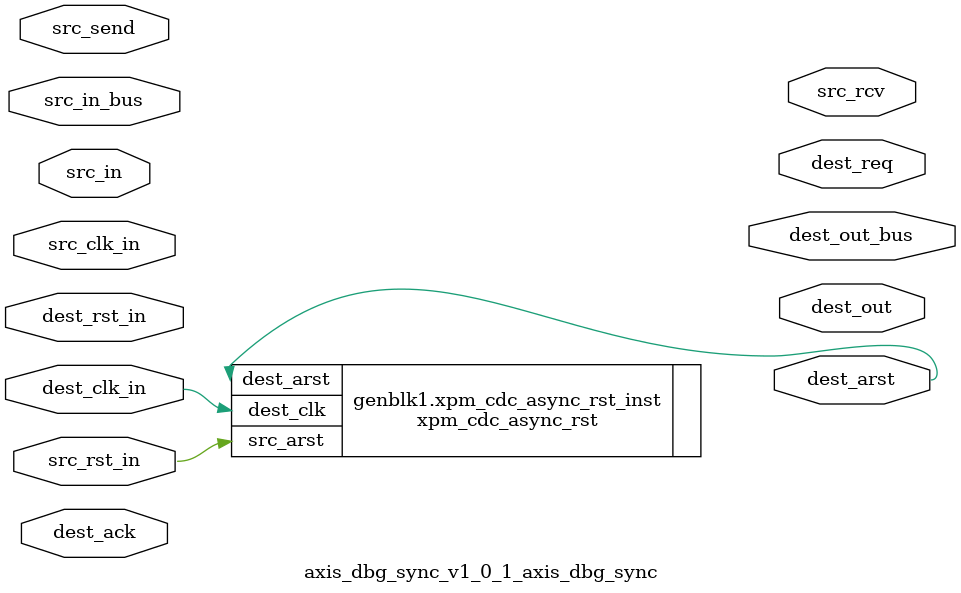
<source format=v>

`timescale 1ns / 1ps

module axis_dbg_sync_v1_0_1_axis_dbg_sync #( 
    parameter MODE="Async_rst_sync", //"Bus_sync_with_handshake", "Pulse_txr", "Single bit_arr_sync", "Single_bit_sync"
    parameter DEST_SYNC_FF = 2, //Range 2- 10
    parameter INIT_SYNC_FF = 0, //0 - disable sim init value, 1 enable
    parameter RST_ACTIVE_HIGH = 0, //0 - Active low reset, 1 - Acitve high reset
    parameter DEST_EXT_HSK = 0, // 0 - Internal Handshake, 1 - External handshake
    parameter SRC_SYNC_FF = 2, // Range 2-10
    parameter WIDTH = 1, //Data bus width
    parameter REG_OUTPUT = 1, //0- disable registered output, 1- enable
    parameter RST_USED = 0, //0- No reset, 1- Implement reset
    parameter SRC_INPUT_REG = 0 //0 - Do not register input, 1- register input
    )
  (
    input                 src_clk_in,
    input  [WIDTH-1:0]    src_in_bus,
    input                 src_in,
    input                 dest_clk_in,
    input                 dest_ack,
    input                 src_send,
    input                 dest_rst_in,
    input                 src_rst_in,
    output                dest_arst,
    output [WIDTH-1:0]    dest_out_bus,
    output                dest_out,
    output                src_rcv,
    output                dest_req
  );

generate
  case (MODE)
    "Async_rst_sync": begin   
      xpm_cdc_async_rst #(
        .DEST_SYNC_FF(DEST_SYNC_FF),    // DECIMAL; range: 2-10
        .INIT_SYNC_FF(INIT_SYNC_FF),    // DECIMAL; 0=disable simulation init values, 1=enable simulation init values
        .RST_ACTIVE_HIGH(RST_ACTIVE_HIGH)  // DECIMAL; 0=active low reset, 1=active high reset
      )
      xpm_cdc_async_rst_inst (
        .dest_arst(dest_arst), // 1-bit output: src_rst_in asynchronous reset signal synchronized to destination
                             // clock domain. This output is registered. NOTE: Signal asserts asynchronously
                             // but deasserts synchronously to dest_clk. Width of the reset signal is at least
                             // (DEST_SYNC_FF*dest_clk) period.

        .dest_clk(dest_clk_in),   // 1-bit input: Destination clock.
        .src_arst(src_rst_in)    // 1-bit input: Source asynchronous reset signal.
      );    
   end
  
   "Bus_sync_with_handshake": begin  
      xpm_cdc_handshake #(
          .DEST_EXT_HSK(DEST_EXT_HSK),   // DECIMAL; 0=internal handshake, 1=external handshake
          .DEST_SYNC_FF(DEST_SYNC_FF),   // DECIMAL; range: 2-10
          .INIT_SYNC_FF(INIT_SYNC_FF),   // DECIMAL; 0=disable simulation init values, 1=enable simulation init values
          .SIM_ASSERT_CHK(0), // DECIMAL; 0=disable simulation messages, 1=enable simulation messages
          .SRC_SYNC_FF(SRC_SYNC_FF),    // DECIMAL; range: 2-10
          .WIDTH(WIDTH)           // DECIMAL; range: 1-1024
       )
       xpm_cdc_handshake_inst (
          .dest_out(dest_out_bus), // WIDTH-bit output: Input bus (src_in) synchronized to destination clock domain.
                               // This output is registered.
    
          .dest_req(dest_req), // 1-bit output: Assertion of this signal indicates that new dest_out data has been
                               // received and is ready to be used or captured by the destination logic. When
                               // DEST_EXT_HSK = 1, this signal will deassert once the source handshake
                               // acknowledges that the destination clock domain has received the transferred data.
                               // When DEST_EXT_HSK = 0, this signal asserts for one clock period when dest_out bus
                               // is valid. This output is registered.
    
          .src_rcv(src_rcv),   // 1-bit output: Acknowledgement from destination logic that src_in has been
                               // received. This signal will be deasserted once destination handshake has fully
                               // completed, thus completing a full data transfer. This output is registered.
    
          .dest_ack(dest_ack), // 1-bit input: optional; required when DEST_EXT_HSK = 1
          .dest_clk(dest_clk_in), // 1-bit input: Destination clock.
          .src_clk(src_clk_in),   // 1-bit input: Source clock.
          .src_in(src_in_bus),     // WIDTH-bit input: Input bus that will be synchronized to the destination clock
                               // domain.
    
          .src_send(src_send)  // 1-bit input: Assertion of this signal allows the src_in bus to be synchronized to
                               // the destination clock domain. This signal should only be asserted when src_rcv is
                               // deasserted, indicating that the previous data transfer is complete. This signal
                               // should only be deasserted once src_rcv is asserted, acknowledging that the src_in
                               // has been received by the destination logic.
    
       );
    end    
       
    "Pulse_txr": begin
       xpm_cdc_pulse #(
          .DEST_SYNC_FF(DEST_SYNC_FF),   // DECIMAL; range: 2-10
          .INIT_SYNC_FF(INIT_SYNC_FF),   // DECIMAL; 0=disable simulation init values, 1=enable simulation init values
          .REG_OUTPUT(REG_OUTPUT),     // DECIMAL; 0=disable registered output, 1=enable registered output
          .RST_USED(RST_USED),       // DECIMAL; 0=no reset, 1=implement reset
          .SIM_ASSERT_CHK(0)  // DECIMAL; 0=disable simulation messages, 1=enable simulation messages
       )
       xpm_cdc_pulse_inst (
          .dest_pulse(dest_out), // 1-bit output: Outputs a pulse the size of one dest_clk period when a pulse
                                   // transfer is correctly initiated on src_pulse input. This output is
                                   // combinatorial unless REG_OUTPUT is set to 1.
    
          .dest_clk(dest_clk_in),     // 1-bit input: Destination clock.
          .dest_rst(dest_rst_in),     // 1-bit input: optional; required when RST_USED = 1
          .src_clk(src_clk_in),       // 1-bit input: Source clock.
          .src_pulse(src_in),   // 1-bit input: Rising edge of this signal initiates a pulse transfer to the
                                   // destination clock domain. The minimum gap between each pulse transfer must be
                                   // at the minimum 2*(larger(src_clk period, dest_clk period)). This is measured
                                   // between the falling edge of a src_pulse to the rising edge of the next
                                   // src_pulse. This minimum gap will guarantee that each rising edge of src_pulse
                                   // will generate a pulse the size of one dest_clk period in the destination
                                   // clock domain. When RST_USED = 1, pulse transfers will not be guaranteed while
                                   // src_rst and/or dest_rst are asserted.
    
          .src_rst(src_rst_in)        // 1-bit input: optional; required when RST_USED = 1
       );
    end

    "Single_bit_arr_sync": begin
       xpm_cdc_array_single #(
          .DEST_SYNC_FF(DEST_SYNC_FF),   // DECIMAL; range: 2-10
          .INIT_SYNC_FF(INIT_SYNC_FF),   // DECIMAL; 0=disable simulation init values, 1=enable simulation init values
          .SIM_ASSERT_CHK(0), // DECIMAL; 0=disable simulation messages, 1=enable simulation messages
          .SRC_INPUT_REG(SRC_INPUT_REG),  // DECIMAL; 0=do not register input, 1=register input
          .WIDTH(WIDTH)           // DECIMAL; range: 1-1024
       )
       xpm_cdc_array_single_inst (
          .dest_out(dest_out_bus), // WIDTH-bit output: src_in synchronized to the destination clock domain. This
                               // output is registered.
    
          .dest_clk(dest_clk_in), // 1-bit input: Clock signal for the destination clock domain.
          .src_clk(src_clk_in),   // 1-bit input: optional; required when SRC_INPUT_REG = 1
          .src_in(src_in_bus)      // WIDTH-bit input: Input single-bit array to be synchronized to destination clock
                               // domain. It is assumed that each bit of the array is unrelated to the others. This
                               // is reflected in the constraints applied to this macro. To transfer a binary value
                               // losslessly across the two clock domains, use the XPM_CDC_GRAY macro instead.
    
       );
    end
       
    "Single_bit_sync": begin
       xpm_cdc_single #(
          .DEST_SYNC_FF(DEST_SYNC_FF),   // DECIMAL; range: 2-10
          .INIT_SYNC_FF(INIT_SYNC_FF),   // DECIMAL; 0=disable simulation init values, 1=enable simulation init values
          .SIM_ASSERT_CHK(0), // DECIMAL; 0=disable simulation messages, 1=enable simulation messages
          .SRC_INPUT_REG(SRC_INPUT_REG)   // DECIMAL; 0=do not register input, 1=register input
       )
       xpm_cdc_single_inst (
          .dest_out(dest_out), // 1-bit output: src_in synchronized to the destination clock domain. This output is
                               // registered.
    
          .dest_clk(dest_clk_in), // 1-bit input: Clock signal for the destination clock domain.
          .src_clk(src_clk_in),   // 1-bit input: optional; required when SRC_INPUT_REG = 1
          .src_in(src_in)      // 1-bit input: Input signal to be synchronized to dest_clk domain.
       );
    end     
    
    default: begin
      xpm_cdc_async_rst #(
        .DEST_SYNC_FF(DEST_SYNC_FF),    // DECIMAL; range: 2-10
        .INIT_SYNC_FF(INIT_SYNC_FF),    // DECIMAL; 0=disable simulation init values, 1=enable simulation init values
        .RST_ACTIVE_HIGH(RST_ACTIVE_HIGH)  // DECIMAL; 0=active low reset, 1=active high reset
      )
      xpm_cdc_async_rst_inst (
        .dest_arst(dest_arst), // 1-bit output: src_rst_in asynchronous reset signal synchronized to destination
                             // clock domain. This output is registered. NOTE: Signal asserts asynchronously
                             // but deasserts synchronously to dest_clk. Width of the reset signal is at least
                             // (DEST_SYNC_FF*dest_clk) period.

        .dest_clk(dest_clk_in),   // 1-bit input: Destination clock.
        .src_arst(src_rst_in)    // 1-bit input: Source asynchronous reset signal.
      );    
      end    
              
  endcase
endgenerate  
    
endmodule



</source>
